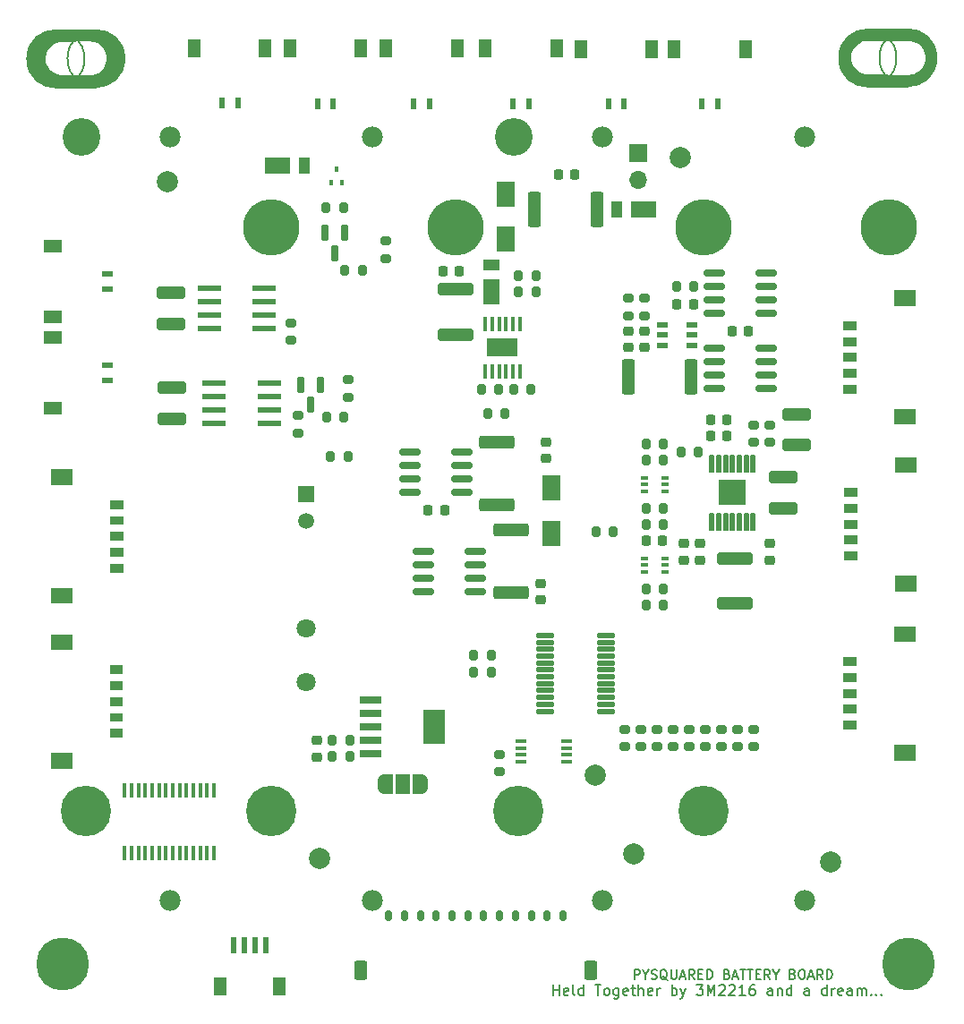
<source format=gbr>
%TF.GenerationSoftware,KiCad,Pcbnew,(6.0.7)*%
%TF.CreationDate,2023-03-29T01:01:16-07:00*%
%TF.ProjectId,battery_board_v1,62617474-6572-4795-9f62-6f6172645f76,rev?*%
%TF.SameCoordinates,Original*%
%TF.FileFunction,Soldermask,Top*%
%TF.FilePolarity,Negative*%
%FSLAX46Y46*%
G04 Gerber Fmt 4.6, Leading zero omitted, Abs format (unit mm)*
G04 Created by KiCad (PCBNEW (6.0.7)) date 2023-03-29 01:01:16*
%MOMM*%
%LPD*%
G01*
G04 APERTURE LIST*
G04 Aperture macros list*
%AMRoundRect*
0 Rectangle with rounded corners*
0 $1 Rounding radius*
0 $2 $3 $4 $5 $6 $7 $8 $9 X,Y pos of 4 corners*
0 Add a 4 corners polygon primitive as box body*
4,1,4,$2,$3,$4,$5,$6,$7,$8,$9,$2,$3,0*
0 Add four circle primitives for the rounded corners*
1,1,$1+$1,$2,$3*
1,1,$1+$1,$4,$5*
1,1,$1+$1,$6,$7*
1,1,$1+$1,$8,$9*
0 Add four rect primitives between the rounded corners*
20,1,$1+$1,$2,$3,$4,$5,0*
20,1,$1+$1,$4,$5,$6,$7,0*
20,1,$1+$1,$6,$7,$8,$9,0*
20,1,$1+$1,$8,$9,$2,$3,0*%
%AMFreePoly0*
4,1,24,0.750000,-0.950000,0.000000,-0.950000,0.000000,-0.945015,-0.095001,-0.943523,-0.257687,-0.900844,-0.405497,-0.820589,-0.529897,-0.707394,-0.623705,-0.567793,-0.681505,-0.409846,-0.699153,-0.250000,-0.700000,-0.250000,-0.700000,0.250000,-0.699153,0.250000,-0.699962,0.257330,-0.678008,0.424083,-0.616912,0.580786,-0.520201,0.718391,-0.393458,0.828956,-0.244000,0.906097,-0.080456,0.945361,
0.000000,0.944940,0.000000,0.950000,0.750000,0.950000,0.750000,-0.950000,0.750000,-0.950000,$1*%
%AMFreePoly1*
4,1,22,0.000000,0.944940,0.087733,0.944480,0.250858,0.903506,0.399499,0.824804,0.525078,0.712918,0.620343,0.574307,0.679794,0.416973,0.700000,0.250000,0.700000,-0.250000,0.699846,-0.264660,0.676148,-0.431173,0.613415,-0.587228,0.515268,-0.723813,0.387374,-0.833045,0.237117,-0.908617,0.073170,-0.946165,0.000000,-0.945015,0.000000,-0.950000,-0.750000,-0.950000,-0.750000,0.950000,
0.000000,0.950000,0.000000,0.944940,0.000000,0.944940,$1*%
G04 Aperture macros list end*
%ADD10C,0.150000*%
%ADD11C,0.010000*%
%ADD12C,4.770000*%
%ADD13C,5.325000*%
%ADD14C,3.570000*%
%ADD15C,1.980000*%
%ADD16RoundRect,0.200000X-0.200000X-0.275000X0.200000X-0.275000X0.200000X0.275000X-0.200000X0.275000X0*%
%ADD17RoundRect,0.200000X0.275000X-0.200000X0.275000X0.200000X-0.275000X0.200000X-0.275000X-0.200000X0*%
%ADD18RoundRect,0.225000X-0.250000X0.225000X-0.250000X-0.225000X0.250000X-0.225000X0.250000X0.225000X0*%
%ADD19RoundRect,0.225000X0.250000X-0.225000X0.250000X0.225000X-0.250000X0.225000X-0.250000X-0.225000X0*%
%ADD20RoundRect,0.150000X-0.150000X-0.350000X0.150000X-0.350000X0.150000X0.350000X-0.150000X0.350000X0*%
%ADD21RoundRect,0.250000X-0.375000X-0.650000X0.375000X-0.650000X0.375000X0.650000X-0.375000X0.650000X0*%
%ADD22RoundRect,0.063500X-1.100000X-0.700000X1.100000X-0.700000X1.100000X0.700000X-1.100000X0.700000X0*%
%ADD23RoundRect,0.063500X-0.450000X-0.700000X0.450000X-0.700000X0.450000X0.700000X-0.450000X0.700000X0*%
%ADD24RoundRect,0.225000X-0.225000X-0.250000X0.225000X-0.250000X0.225000X0.250000X-0.225000X0.250000X0*%
%ADD25RoundRect,0.150000X-0.825000X-0.150000X0.825000X-0.150000X0.825000X0.150000X-0.825000X0.150000X0*%
%ADD26R,0.400000X0.510000*%
%ADD27R,0.650000X0.400000*%
%ADD28R,0.600000X1.550000*%
%ADD29R,1.200000X1.800000*%
%ADD30R,0.600000X1.000000*%
%ADD31R,1.250000X1.800000*%
%ADD32RoundRect,0.200000X0.200000X0.275000X-0.200000X0.275000X-0.200000X-0.275000X0.200000X-0.275000X0*%
%ADD33R,1.000000X0.600000*%
%ADD34R,1.800000X1.250000*%
%ADD35C,5.000000*%
%ADD36C,2.000000*%
%ADD37R,2.209800X0.609600*%
%ADD38RoundRect,0.225000X0.225000X0.250000X-0.225000X0.250000X-0.225000X-0.250000X0.225000X-0.250000X0*%
%ADD39RoundRect,0.250000X1.100000X-0.325000X1.100000X0.325000X-1.100000X0.325000X-1.100000X-0.325000X0*%
%ADD40R,2.000000X0.650000*%
%ADD41R,2.000000X3.200000*%
%ADD42RoundRect,0.200000X-0.275000X0.200000X-0.275000X-0.200000X0.275000X-0.200000X0.275000X0.200000X0*%
%ADD43RoundRect,0.063500X0.700000X-0.450000X0.700000X0.450000X-0.700000X0.450000X-0.700000X-0.450000X0*%
%ADD44RoundRect,0.063500X0.700000X-1.100000X0.700000X1.100000X-0.700000X1.100000X-0.700000X-1.100000X0*%
%ADD45RoundRect,0.063500X-0.152400X0.800100X-0.152400X-0.800100X0.152400X-0.800100X0.152400X0.800100X0*%
%ADD46RoundRect,0.063500X-1.230000X1.155000X-1.230000X-1.155000X1.230000X-1.155000X1.230000X1.155000X0*%
%ADD47R,1.700000X1.700000*%
%ADD48O,1.700000X1.700000*%
%ADD49RoundRect,0.020500X0.764500X0.184500X-0.764500X0.184500X-0.764500X-0.184500X0.764500X-0.184500X0*%
%ADD50RoundRect,0.063500X0.279400X0.660400X-0.279400X0.660400X-0.279400X-0.660400X0.279400X-0.660400X0*%
%ADD51RoundRect,0.250000X-0.362500X-1.425000X0.362500X-1.425000X0.362500X1.425000X-0.362500X1.425000X0*%
%ADD52RoundRect,0.250000X-1.425000X0.362500X-1.425000X-0.362500X1.425000X-0.362500X1.425000X0.362500X0*%
%ADD53RoundRect,0.250000X-1.450000X0.312500X-1.450000X-0.312500X1.450000X-0.312500X1.450000X0.312500X0*%
%ADD54RoundRect,0.250000X1.450000X-0.312500X1.450000X0.312500X-1.450000X0.312500X-1.450000X-0.312500X0*%
%ADD55FreePoly0,0.000000*%
%ADD56R,1.400000X1.900000*%
%ADD57FreePoly1,0.000000*%
%ADD58RoundRect,0.250000X0.362500X1.425000X-0.362500X1.425000X-0.362500X-1.425000X0.362500X-1.425000X0*%
%ADD59R,0.450000X1.425000*%
%ADD60R,2.947000X1.753000*%
%ADD61RoundRect,0.063500X0.450000X0.700000X-0.450000X0.700000X-0.450000X-0.700000X0.450000X-0.700000X0*%
%ADD62RoundRect,0.063500X1.100000X0.700000X-1.100000X0.700000X-1.100000X-0.700000X1.100000X-0.700000X0*%
%ADD63R,1.508000X1.508000*%
%ADD64C,1.508000*%
%ADD65C,1.800000*%
%ADD66RoundRect,0.250000X-1.100000X0.325000X-1.100000X-0.325000X1.100000X-0.325000X1.100000X0.325000X0*%
%ADD67R,1.100000X0.400000*%
%ADD68R,1.700000X2.350000*%
%ADD69R,0.450000X1.475000*%
G04 APERTURE END LIST*
D10*
X193457397Y-45800000D02*
G75*
G03*
X193457397Y-45800000I-2707397J0D01*
G01*
X190750000Y-48496747D02*
X194550000Y-48503254D01*
X113942531Y-48568739D02*
X117742531Y-48575246D01*
X197242408Y-45774702D02*
G75*
G03*
X197242408Y-45774702I-2692408J0D01*
G01*
X116649928Y-45871992D02*
G75*
G03*
X116649928Y-45871992I-2707397J0D01*
G01*
X120434939Y-45846694D02*
G75*
G03*
X120434939Y-45846694I-2692408J0D01*
G01*
X194600000Y-43096747D02*
X190800000Y-43103254D01*
X117792531Y-43168739D02*
X113992531Y-43175246D01*
X168657142Y-132907142D02*
X168657142Y-132007142D01*
X169000000Y-132007142D01*
X169085714Y-132050000D01*
X169128571Y-132092857D01*
X169171428Y-132178571D01*
X169171428Y-132307142D01*
X169128571Y-132392857D01*
X169085714Y-132435714D01*
X169000000Y-132478571D01*
X168657142Y-132478571D01*
X169728571Y-132478571D02*
X169728571Y-132907142D01*
X169428571Y-132007142D02*
X169728571Y-132478571D01*
X170028571Y-132007142D01*
X170285714Y-132864285D02*
X170414285Y-132907142D01*
X170628571Y-132907142D01*
X170714285Y-132864285D01*
X170757142Y-132821428D01*
X170800000Y-132735714D01*
X170800000Y-132650000D01*
X170757142Y-132564285D01*
X170714285Y-132521428D01*
X170628571Y-132478571D01*
X170457142Y-132435714D01*
X170371428Y-132392857D01*
X170328571Y-132350000D01*
X170285714Y-132264285D01*
X170285714Y-132178571D01*
X170328571Y-132092857D01*
X170371428Y-132050000D01*
X170457142Y-132007142D01*
X170671428Y-132007142D01*
X170800000Y-132050000D01*
X171785714Y-132992857D02*
X171700000Y-132950000D01*
X171614285Y-132864285D01*
X171485714Y-132735714D01*
X171400000Y-132692857D01*
X171314285Y-132692857D01*
X171357142Y-132907142D02*
X171271428Y-132864285D01*
X171185714Y-132778571D01*
X171142857Y-132607142D01*
X171142857Y-132307142D01*
X171185714Y-132135714D01*
X171271428Y-132050000D01*
X171357142Y-132007142D01*
X171528571Y-132007142D01*
X171614285Y-132050000D01*
X171700000Y-132135714D01*
X171742857Y-132307142D01*
X171742857Y-132607142D01*
X171700000Y-132778571D01*
X171614285Y-132864285D01*
X171528571Y-132907142D01*
X171357142Y-132907142D01*
X172128571Y-132007142D02*
X172128571Y-132735714D01*
X172171428Y-132821428D01*
X172214285Y-132864285D01*
X172300000Y-132907142D01*
X172471428Y-132907142D01*
X172557142Y-132864285D01*
X172600000Y-132821428D01*
X172642857Y-132735714D01*
X172642857Y-132007142D01*
X173028571Y-132650000D02*
X173457142Y-132650000D01*
X172942857Y-132907142D02*
X173242857Y-132007142D01*
X173542857Y-132907142D01*
X174357142Y-132907142D02*
X174057142Y-132478571D01*
X173842857Y-132907142D02*
X173842857Y-132007142D01*
X174185714Y-132007142D01*
X174271428Y-132050000D01*
X174314285Y-132092857D01*
X174357142Y-132178571D01*
X174357142Y-132307142D01*
X174314285Y-132392857D01*
X174271428Y-132435714D01*
X174185714Y-132478571D01*
X173842857Y-132478571D01*
X174742857Y-132435714D02*
X175042857Y-132435714D01*
X175171428Y-132907142D02*
X174742857Y-132907142D01*
X174742857Y-132007142D01*
X175171428Y-132007142D01*
X175557142Y-132907142D02*
X175557142Y-132007142D01*
X175771428Y-132007142D01*
X175900000Y-132050000D01*
X175985714Y-132135714D01*
X176028571Y-132221428D01*
X176071428Y-132392857D01*
X176071428Y-132521428D01*
X176028571Y-132692857D01*
X175985714Y-132778571D01*
X175900000Y-132864285D01*
X175771428Y-132907142D01*
X175557142Y-132907142D01*
X177442857Y-132435714D02*
X177571428Y-132478571D01*
X177614285Y-132521428D01*
X177657142Y-132607142D01*
X177657142Y-132735714D01*
X177614285Y-132821428D01*
X177571428Y-132864285D01*
X177485714Y-132907142D01*
X177142857Y-132907142D01*
X177142857Y-132007142D01*
X177442857Y-132007142D01*
X177528571Y-132050000D01*
X177571428Y-132092857D01*
X177614285Y-132178571D01*
X177614285Y-132264285D01*
X177571428Y-132350000D01*
X177528571Y-132392857D01*
X177442857Y-132435714D01*
X177142857Y-132435714D01*
X178000000Y-132650000D02*
X178428571Y-132650000D01*
X177914285Y-132907142D02*
X178214285Y-132007142D01*
X178514285Y-132907142D01*
X178685714Y-132007142D02*
X179200000Y-132007142D01*
X178942857Y-132907142D02*
X178942857Y-132007142D01*
X179371428Y-132007142D02*
X179885714Y-132007142D01*
X179628571Y-132907142D02*
X179628571Y-132007142D01*
X180185714Y-132435714D02*
X180485714Y-132435714D01*
X180614285Y-132907142D02*
X180185714Y-132907142D01*
X180185714Y-132007142D01*
X180614285Y-132007142D01*
X181514285Y-132907142D02*
X181214285Y-132478571D01*
X181000000Y-132907142D02*
X181000000Y-132007142D01*
X181342857Y-132007142D01*
X181428571Y-132050000D01*
X181471428Y-132092857D01*
X181514285Y-132178571D01*
X181514285Y-132307142D01*
X181471428Y-132392857D01*
X181428571Y-132435714D01*
X181342857Y-132478571D01*
X181000000Y-132478571D01*
X182071428Y-132478571D02*
X182071428Y-132907142D01*
X181771428Y-132007142D02*
X182071428Y-132478571D01*
X182371428Y-132007142D01*
X183657142Y-132435714D02*
X183785714Y-132478571D01*
X183828571Y-132521428D01*
X183871428Y-132607142D01*
X183871428Y-132735714D01*
X183828571Y-132821428D01*
X183785714Y-132864285D01*
X183700000Y-132907142D01*
X183357142Y-132907142D01*
X183357142Y-132007142D01*
X183657142Y-132007142D01*
X183742857Y-132050000D01*
X183785714Y-132092857D01*
X183828571Y-132178571D01*
X183828571Y-132264285D01*
X183785714Y-132350000D01*
X183742857Y-132392857D01*
X183657142Y-132435714D01*
X183357142Y-132435714D01*
X184428571Y-132007142D02*
X184600000Y-132007142D01*
X184685714Y-132050000D01*
X184771428Y-132135714D01*
X184814285Y-132307142D01*
X184814285Y-132607142D01*
X184771428Y-132778571D01*
X184685714Y-132864285D01*
X184600000Y-132907142D01*
X184428571Y-132907142D01*
X184342857Y-132864285D01*
X184257142Y-132778571D01*
X184214285Y-132607142D01*
X184214285Y-132307142D01*
X184257142Y-132135714D01*
X184342857Y-132050000D01*
X184428571Y-132007142D01*
X185157142Y-132650000D02*
X185585714Y-132650000D01*
X185071428Y-132907142D02*
X185371428Y-132007142D01*
X185671428Y-132907142D01*
X186485714Y-132907142D02*
X186185714Y-132478571D01*
X185971428Y-132907142D02*
X185971428Y-132007142D01*
X186314285Y-132007142D01*
X186400000Y-132050000D01*
X186442857Y-132092857D01*
X186485714Y-132178571D01*
X186485714Y-132307142D01*
X186442857Y-132392857D01*
X186400000Y-132435714D01*
X186314285Y-132478571D01*
X185971428Y-132478571D01*
X186871428Y-132907142D02*
X186871428Y-132007142D01*
X187085714Y-132007142D01*
X187214285Y-132050000D01*
X187300000Y-132135714D01*
X187342857Y-132221428D01*
X187385714Y-132392857D01*
X187385714Y-132521428D01*
X187342857Y-132692857D01*
X187300000Y-132778571D01*
X187214285Y-132864285D01*
X187085714Y-132907142D01*
X186871428Y-132907142D01*
X160976190Y-134452380D02*
X160976190Y-133452380D01*
X160976190Y-133928571D02*
X161547619Y-133928571D01*
X161547619Y-134452380D02*
X161547619Y-133452380D01*
X162404761Y-134404761D02*
X162309523Y-134452380D01*
X162119047Y-134452380D01*
X162023809Y-134404761D01*
X161976190Y-134309523D01*
X161976190Y-133928571D01*
X162023809Y-133833333D01*
X162119047Y-133785714D01*
X162309523Y-133785714D01*
X162404761Y-133833333D01*
X162452380Y-133928571D01*
X162452380Y-134023809D01*
X161976190Y-134119047D01*
X163023809Y-134452380D02*
X162928571Y-134404761D01*
X162880952Y-134309523D01*
X162880952Y-133452380D01*
X163833333Y-134452380D02*
X163833333Y-133452380D01*
X163833333Y-134404761D02*
X163738095Y-134452380D01*
X163547619Y-134452380D01*
X163452380Y-134404761D01*
X163404761Y-134357142D01*
X163357142Y-134261904D01*
X163357142Y-133976190D01*
X163404761Y-133880952D01*
X163452380Y-133833333D01*
X163547619Y-133785714D01*
X163738095Y-133785714D01*
X163833333Y-133833333D01*
X164928571Y-133452380D02*
X165500000Y-133452380D01*
X165214285Y-134452380D02*
X165214285Y-133452380D01*
X165976190Y-134452380D02*
X165880952Y-134404761D01*
X165833333Y-134357142D01*
X165785714Y-134261904D01*
X165785714Y-133976190D01*
X165833333Y-133880952D01*
X165880952Y-133833333D01*
X165976190Y-133785714D01*
X166119047Y-133785714D01*
X166214285Y-133833333D01*
X166261904Y-133880952D01*
X166309523Y-133976190D01*
X166309523Y-134261904D01*
X166261904Y-134357142D01*
X166214285Y-134404761D01*
X166119047Y-134452380D01*
X165976190Y-134452380D01*
X167166666Y-133785714D02*
X167166666Y-134595238D01*
X167119047Y-134690476D01*
X167071428Y-134738095D01*
X166976190Y-134785714D01*
X166833333Y-134785714D01*
X166738095Y-134738095D01*
X167166666Y-134404761D02*
X167071428Y-134452380D01*
X166880952Y-134452380D01*
X166785714Y-134404761D01*
X166738095Y-134357142D01*
X166690476Y-134261904D01*
X166690476Y-133976190D01*
X166738095Y-133880952D01*
X166785714Y-133833333D01*
X166880952Y-133785714D01*
X167071428Y-133785714D01*
X167166666Y-133833333D01*
X168023809Y-134404761D02*
X167928571Y-134452380D01*
X167738095Y-134452380D01*
X167642857Y-134404761D01*
X167595238Y-134309523D01*
X167595238Y-133928571D01*
X167642857Y-133833333D01*
X167738095Y-133785714D01*
X167928571Y-133785714D01*
X168023809Y-133833333D01*
X168071428Y-133928571D01*
X168071428Y-134023809D01*
X167595238Y-134119047D01*
X168357142Y-133785714D02*
X168738095Y-133785714D01*
X168500000Y-133452380D02*
X168500000Y-134309523D01*
X168547619Y-134404761D01*
X168642857Y-134452380D01*
X168738095Y-134452380D01*
X169071428Y-134452380D02*
X169071428Y-133452380D01*
X169500000Y-134452380D02*
X169500000Y-133928571D01*
X169452380Y-133833333D01*
X169357142Y-133785714D01*
X169214285Y-133785714D01*
X169119047Y-133833333D01*
X169071428Y-133880952D01*
X170357142Y-134404761D02*
X170261904Y-134452380D01*
X170071428Y-134452380D01*
X169976190Y-134404761D01*
X169928571Y-134309523D01*
X169928571Y-133928571D01*
X169976190Y-133833333D01*
X170071428Y-133785714D01*
X170261904Y-133785714D01*
X170357142Y-133833333D01*
X170404761Y-133928571D01*
X170404761Y-134023809D01*
X169928571Y-134119047D01*
X170833333Y-134452380D02*
X170833333Y-133785714D01*
X170833333Y-133976190D02*
X170880952Y-133880952D01*
X170928571Y-133833333D01*
X171023809Y-133785714D01*
X171119047Y-133785714D01*
X172214285Y-134452380D02*
X172214285Y-133452380D01*
X172214285Y-133833333D02*
X172309523Y-133785714D01*
X172500000Y-133785714D01*
X172595238Y-133833333D01*
X172642857Y-133880952D01*
X172690476Y-133976190D01*
X172690476Y-134261904D01*
X172642857Y-134357142D01*
X172595238Y-134404761D01*
X172500000Y-134452380D01*
X172309523Y-134452380D01*
X172214285Y-134404761D01*
X173023809Y-133785714D02*
X173261904Y-134452380D01*
X173500000Y-133785714D02*
X173261904Y-134452380D01*
X173166666Y-134690476D01*
X173119047Y-134738095D01*
X173023809Y-134785714D01*
X174547619Y-133452380D02*
X175166666Y-133452380D01*
X174833333Y-133833333D01*
X174976190Y-133833333D01*
X175071428Y-133880952D01*
X175119047Y-133928571D01*
X175166666Y-134023809D01*
X175166666Y-134261904D01*
X175119047Y-134357142D01*
X175071428Y-134404761D01*
X174976190Y-134452380D01*
X174690476Y-134452380D01*
X174595238Y-134404761D01*
X174547619Y-134357142D01*
X175595238Y-134452380D02*
X175595238Y-133452380D01*
X175928571Y-134166666D01*
X176261904Y-133452380D01*
X176261904Y-134452380D01*
X176690476Y-133547619D02*
X176738095Y-133500000D01*
X176833333Y-133452380D01*
X177071428Y-133452380D01*
X177166666Y-133500000D01*
X177214285Y-133547619D01*
X177261904Y-133642857D01*
X177261904Y-133738095D01*
X177214285Y-133880952D01*
X176642857Y-134452380D01*
X177261904Y-134452380D01*
X177642857Y-133547619D02*
X177690476Y-133500000D01*
X177785714Y-133452380D01*
X178023809Y-133452380D01*
X178119047Y-133500000D01*
X178166666Y-133547619D01*
X178214285Y-133642857D01*
X178214285Y-133738095D01*
X178166666Y-133880952D01*
X177595238Y-134452380D01*
X178214285Y-134452380D01*
X179166666Y-134452380D02*
X178595238Y-134452380D01*
X178880952Y-134452380D02*
X178880952Y-133452380D01*
X178785714Y-133595238D01*
X178690476Y-133690476D01*
X178595238Y-133738095D01*
X180023809Y-133452380D02*
X179833333Y-133452380D01*
X179738095Y-133500000D01*
X179690476Y-133547619D01*
X179595238Y-133690476D01*
X179547619Y-133880952D01*
X179547619Y-134261904D01*
X179595238Y-134357142D01*
X179642857Y-134404761D01*
X179738095Y-134452380D01*
X179928571Y-134452380D01*
X180023809Y-134404761D01*
X180071428Y-134357142D01*
X180119047Y-134261904D01*
X180119047Y-134023809D01*
X180071428Y-133928571D01*
X180023809Y-133880952D01*
X179928571Y-133833333D01*
X179738095Y-133833333D01*
X179642857Y-133880952D01*
X179595238Y-133928571D01*
X179547619Y-134023809D01*
X181738095Y-134452380D02*
X181738095Y-133928571D01*
X181690476Y-133833333D01*
X181595238Y-133785714D01*
X181404761Y-133785714D01*
X181309523Y-133833333D01*
X181738095Y-134404761D02*
X181642857Y-134452380D01*
X181404761Y-134452380D01*
X181309523Y-134404761D01*
X181261904Y-134309523D01*
X181261904Y-134214285D01*
X181309523Y-134119047D01*
X181404761Y-134071428D01*
X181642857Y-134071428D01*
X181738095Y-134023809D01*
X182214285Y-133785714D02*
X182214285Y-134452380D01*
X182214285Y-133880952D02*
X182261904Y-133833333D01*
X182357142Y-133785714D01*
X182499999Y-133785714D01*
X182595238Y-133833333D01*
X182642857Y-133928571D01*
X182642857Y-134452380D01*
X183547619Y-134452380D02*
X183547619Y-133452380D01*
X183547619Y-134404761D02*
X183452380Y-134452380D01*
X183261904Y-134452380D01*
X183166666Y-134404761D01*
X183119047Y-134357142D01*
X183071428Y-134261904D01*
X183071428Y-133976190D01*
X183119047Y-133880952D01*
X183166666Y-133833333D01*
X183261904Y-133785714D01*
X183452380Y-133785714D01*
X183547619Y-133833333D01*
X185214285Y-134452380D02*
X185214285Y-133928571D01*
X185166666Y-133833333D01*
X185071428Y-133785714D01*
X184880952Y-133785714D01*
X184785714Y-133833333D01*
X185214285Y-134404761D02*
X185119047Y-134452380D01*
X184880952Y-134452380D01*
X184785714Y-134404761D01*
X184738095Y-134309523D01*
X184738095Y-134214285D01*
X184785714Y-134119047D01*
X184880952Y-134071428D01*
X185119047Y-134071428D01*
X185214285Y-134023809D01*
X186880952Y-134452380D02*
X186880952Y-133452380D01*
X186880952Y-134404761D02*
X186785714Y-134452380D01*
X186595238Y-134452380D01*
X186499999Y-134404761D01*
X186452380Y-134357142D01*
X186404761Y-134261904D01*
X186404761Y-133976190D01*
X186452380Y-133880952D01*
X186499999Y-133833333D01*
X186595238Y-133785714D01*
X186785714Y-133785714D01*
X186880952Y-133833333D01*
X187357142Y-134452380D02*
X187357142Y-133785714D01*
X187357142Y-133976190D02*
X187404761Y-133880952D01*
X187452380Y-133833333D01*
X187547619Y-133785714D01*
X187642857Y-133785714D01*
X188357142Y-134404761D02*
X188261904Y-134452380D01*
X188071428Y-134452380D01*
X187976190Y-134404761D01*
X187928571Y-134309523D01*
X187928571Y-133928571D01*
X187976190Y-133833333D01*
X188071428Y-133785714D01*
X188261904Y-133785714D01*
X188357142Y-133833333D01*
X188404761Y-133928571D01*
X188404761Y-134023809D01*
X187928571Y-134119047D01*
X189261904Y-134452380D02*
X189261904Y-133928571D01*
X189214285Y-133833333D01*
X189119047Y-133785714D01*
X188928571Y-133785714D01*
X188833333Y-133833333D01*
X189261904Y-134404761D02*
X189166666Y-134452380D01*
X188928571Y-134452380D01*
X188833333Y-134404761D01*
X188785714Y-134309523D01*
X188785714Y-134214285D01*
X188833333Y-134119047D01*
X188928571Y-134071428D01*
X189166666Y-134071428D01*
X189261904Y-134023809D01*
X189738095Y-134452380D02*
X189738095Y-133785714D01*
X189738095Y-133880952D02*
X189785714Y-133833333D01*
X189880952Y-133785714D01*
X190023809Y-133785714D01*
X190119047Y-133833333D01*
X190166666Y-133928571D01*
X190166666Y-134452380D01*
X190166666Y-133928571D02*
X190214285Y-133833333D01*
X190309523Y-133785714D01*
X190452380Y-133785714D01*
X190547619Y-133833333D01*
X190595238Y-133928571D01*
X190595238Y-134452380D01*
X191071428Y-134357142D02*
X191119047Y-134404761D01*
X191071428Y-134452380D01*
X191023809Y-134404761D01*
X191071428Y-134357142D01*
X191071428Y-134452380D01*
X191547619Y-134357142D02*
X191595238Y-134404761D01*
X191547619Y-134452380D01*
X191499999Y-134404761D01*
X191547619Y-134357142D01*
X191547619Y-134452380D01*
X192023809Y-134357142D02*
X192071428Y-134404761D01*
X192023809Y-134452380D01*
X191976190Y-134404761D01*
X192023809Y-134357142D01*
X192023809Y-134452380D01*
%TO.C,J4*%
G36*
X120246200Y-89876200D02*
G01*
X119093800Y-89876200D01*
X119093800Y-89123800D01*
X120246200Y-89123800D01*
X120246200Y-89876200D01*
G37*
D11*
X120246200Y-89876200D02*
X119093800Y-89876200D01*
X119093800Y-89123800D01*
X120246200Y-89123800D01*
X120246200Y-89876200D01*
G36*
X120246200Y-91376200D02*
G01*
X119093800Y-91376200D01*
X119093800Y-90623800D01*
X120246200Y-90623800D01*
X120246200Y-91376200D01*
G37*
X120246200Y-91376200D02*
X119093800Y-91376200D01*
X119093800Y-90623800D01*
X120246200Y-90623800D01*
X120246200Y-91376200D01*
G36*
X120246200Y-92876200D02*
G01*
X119093800Y-92876200D01*
X119093800Y-92123800D01*
X120246200Y-92123800D01*
X120246200Y-92876200D01*
G37*
X120246200Y-92876200D02*
X119093800Y-92876200D01*
X119093800Y-92123800D01*
X120246200Y-92123800D01*
X120246200Y-92876200D01*
G36*
X120246200Y-88376200D02*
G01*
X119093800Y-88376200D01*
X119093800Y-87623800D01*
X120246200Y-87623800D01*
X120246200Y-88376200D01*
G37*
X120246200Y-88376200D02*
X119093800Y-88376200D01*
X119093800Y-87623800D01*
X120246200Y-87623800D01*
X120246200Y-88376200D01*
G36*
X115456200Y-86096200D02*
G01*
X113503800Y-86096200D01*
X113503800Y-84693800D01*
X115456200Y-84693800D01*
X115456200Y-86096200D01*
G37*
X115456200Y-86096200D02*
X113503800Y-86096200D01*
X113503800Y-84693800D01*
X115456200Y-84693800D01*
X115456200Y-86096200D01*
G36*
X115456200Y-97306200D02*
G01*
X113503800Y-97306200D01*
X113503800Y-95903800D01*
X115456200Y-95903800D01*
X115456200Y-97306200D01*
G37*
X115456200Y-97306200D02*
X113503800Y-97306200D01*
X113503800Y-95903800D01*
X115456200Y-95903800D01*
X115456200Y-97306200D01*
G36*
X120246200Y-94376200D02*
G01*
X119093800Y-94376200D01*
X119093800Y-93623800D01*
X120246200Y-93623800D01*
X120246200Y-94376200D01*
G37*
X120246200Y-94376200D02*
X119093800Y-94376200D01*
X119093800Y-93623800D01*
X120246200Y-93623800D01*
X120246200Y-94376200D01*
%TO.C,J1*%
G36*
X195196200Y-80381200D02*
G01*
X193243800Y-80381200D01*
X193243800Y-78978800D01*
X195196200Y-78978800D01*
X195196200Y-80381200D01*
G37*
X195196200Y-80381200D02*
X193243800Y-80381200D01*
X193243800Y-78978800D01*
X195196200Y-78978800D01*
X195196200Y-80381200D01*
G36*
X189606200Y-72951200D02*
G01*
X188453800Y-72951200D01*
X188453800Y-72198800D01*
X189606200Y-72198800D01*
X189606200Y-72951200D01*
G37*
X189606200Y-72951200D02*
X188453800Y-72951200D01*
X188453800Y-72198800D01*
X189606200Y-72198800D01*
X189606200Y-72951200D01*
G36*
X189606200Y-75951200D02*
G01*
X188453800Y-75951200D01*
X188453800Y-75198800D01*
X189606200Y-75198800D01*
X189606200Y-75951200D01*
G37*
X189606200Y-75951200D02*
X188453800Y-75951200D01*
X188453800Y-75198800D01*
X189606200Y-75198800D01*
X189606200Y-75951200D01*
G36*
X189606200Y-71451200D02*
G01*
X188453800Y-71451200D01*
X188453800Y-70698800D01*
X189606200Y-70698800D01*
X189606200Y-71451200D01*
G37*
X189606200Y-71451200D02*
X188453800Y-71451200D01*
X188453800Y-70698800D01*
X189606200Y-70698800D01*
X189606200Y-71451200D01*
G36*
X189606200Y-77451200D02*
G01*
X188453800Y-77451200D01*
X188453800Y-76698800D01*
X189606200Y-76698800D01*
X189606200Y-77451200D01*
G37*
X189606200Y-77451200D02*
X188453800Y-77451200D01*
X188453800Y-76698800D01*
X189606200Y-76698800D01*
X189606200Y-77451200D01*
G36*
X189606200Y-74451200D02*
G01*
X188453800Y-74451200D01*
X188453800Y-73698800D01*
X189606200Y-73698800D01*
X189606200Y-74451200D01*
G37*
X189606200Y-74451200D02*
X188453800Y-74451200D01*
X188453800Y-73698800D01*
X189606200Y-73698800D01*
X189606200Y-74451200D01*
G36*
X195196200Y-69171200D02*
G01*
X193243800Y-69171200D01*
X193243800Y-67768800D01*
X195196200Y-67768800D01*
X195196200Y-69171200D01*
G37*
X195196200Y-69171200D02*
X193243800Y-69171200D01*
X193243800Y-67768800D01*
X195196200Y-67768800D01*
X195196200Y-69171200D01*
%TO.C,J2*%
G36*
X189656200Y-93226200D02*
G01*
X188503800Y-93226200D01*
X188503800Y-92473800D01*
X189656200Y-92473800D01*
X189656200Y-93226200D01*
G37*
X189656200Y-93226200D02*
X188503800Y-93226200D01*
X188503800Y-92473800D01*
X189656200Y-92473800D01*
X189656200Y-93226200D01*
G36*
X195246200Y-96156200D02*
G01*
X193293800Y-96156200D01*
X193293800Y-94753800D01*
X195246200Y-94753800D01*
X195246200Y-96156200D01*
G37*
X195246200Y-96156200D02*
X193293800Y-96156200D01*
X193293800Y-94753800D01*
X195246200Y-94753800D01*
X195246200Y-96156200D01*
G36*
X189656200Y-91726200D02*
G01*
X188503800Y-91726200D01*
X188503800Y-90973800D01*
X189656200Y-90973800D01*
X189656200Y-91726200D01*
G37*
X189656200Y-91726200D02*
X188503800Y-91726200D01*
X188503800Y-90973800D01*
X189656200Y-90973800D01*
X189656200Y-91726200D01*
G36*
X189656200Y-90226200D02*
G01*
X188503800Y-90226200D01*
X188503800Y-89473800D01*
X189656200Y-89473800D01*
X189656200Y-90226200D01*
G37*
X189656200Y-90226200D02*
X188503800Y-90226200D01*
X188503800Y-89473800D01*
X189656200Y-89473800D01*
X189656200Y-90226200D01*
G36*
X195246200Y-84946200D02*
G01*
X193293800Y-84946200D01*
X193293800Y-83543800D01*
X195246200Y-83543800D01*
X195246200Y-84946200D01*
G37*
X195246200Y-84946200D02*
X193293800Y-84946200D01*
X193293800Y-83543800D01*
X195246200Y-83543800D01*
X195246200Y-84946200D01*
G36*
X189656200Y-87226200D02*
G01*
X188503800Y-87226200D01*
X188503800Y-86473800D01*
X189656200Y-86473800D01*
X189656200Y-87226200D01*
G37*
X189656200Y-87226200D02*
X188503800Y-87226200D01*
X188503800Y-86473800D01*
X189656200Y-86473800D01*
X189656200Y-87226200D01*
G36*
X189656200Y-88726200D02*
G01*
X188503800Y-88726200D01*
X188503800Y-87973800D01*
X189656200Y-87973800D01*
X189656200Y-88726200D01*
G37*
X189656200Y-88726200D02*
X188503800Y-88726200D01*
X188503800Y-87973800D01*
X189656200Y-87973800D01*
X189656200Y-88726200D01*
%TO.C,J3*%
G36*
X189606200Y-104726200D02*
G01*
X188453800Y-104726200D01*
X188453800Y-103973800D01*
X189606200Y-103973800D01*
X189606200Y-104726200D01*
G37*
X189606200Y-104726200D02*
X188453800Y-104726200D01*
X188453800Y-103973800D01*
X189606200Y-103973800D01*
X189606200Y-104726200D01*
G36*
X189606200Y-106226200D02*
G01*
X188453800Y-106226200D01*
X188453800Y-105473800D01*
X189606200Y-105473800D01*
X189606200Y-106226200D01*
G37*
X189606200Y-106226200D02*
X188453800Y-106226200D01*
X188453800Y-105473800D01*
X189606200Y-105473800D01*
X189606200Y-106226200D01*
G36*
X189606200Y-107726200D02*
G01*
X188453800Y-107726200D01*
X188453800Y-106973800D01*
X189606200Y-106973800D01*
X189606200Y-107726200D01*
G37*
X189606200Y-107726200D02*
X188453800Y-107726200D01*
X188453800Y-106973800D01*
X189606200Y-106973800D01*
X189606200Y-107726200D01*
G36*
X195196200Y-112156200D02*
G01*
X193243800Y-112156200D01*
X193243800Y-110753800D01*
X195196200Y-110753800D01*
X195196200Y-112156200D01*
G37*
X195196200Y-112156200D02*
X193243800Y-112156200D01*
X193243800Y-110753800D01*
X195196200Y-110753800D01*
X195196200Y-112156200D01*
G36*
X189606200Y-103226200D02*
G01*
X188453800Y-103226200D01*
X188453800Y-102473800D01*
X189606200Y-102473800D01*
X189606200Y-103226200D01*
G37*
X189606200Y-103226200D02*
X188453800Y-103226200D01*
X188453800Y-102473800D01*
X189606200Y-102473800D01*
X189606200Y-103226200D01*
G36*
X195196200Y-100946200D02*
G01*
X193243800Y-100946200D01*
X193243800Y-99543800D01*
X195196200Y-99543800D01*
X195196200Y-100946200D01*
G37*
X195196200Y-100946200D02*
X193243800Y-100946200D01*
X193243800Y-99543800D01*
X195196200Y-99543800D01*
X195196200Y-100946200D01*
G36*
X189606200Y-109226200D02*
G01*
X188453800Y-109226200D01*
X188453800Y-108473800D01*
X189606200Y-108473800D01*
X189606200Y-109226200D01*
G37*
X189606200Y-109226200D02*
X188453800Y-109226200D01*
X188453800Y-108473800D01*
X189606200Y-108473800D01*
X189606200Y-109226200D01*
%TO.C,J5*%
G36*
X120221200Y-110001200D02*
G01*
X119068800Y-110001200D01*
X119068800Y-109248800D01*
X120221200Y-109248800D01*
X120221200Y-110001200D01*
G37*
X120221200Y-110001200D02*
X119068800Y-110001200D01*
X119068800Y-109248800D01*
X120221200Y-109248800D01*
X120221200Y-110001200D01*
G36*
X120221200Y-107001200D02*
G01*
X119068800Y-107001200D01*
X119068800Y-106248800D01*
X120221200Y-106248800D01*
X120221200Y-107001200D01*
G37*
X120221200Y-107001200D02*
X119068800Y-107001200D01*
X119068800Y-106248800D01*
X120221200Y-106248800D01*
X120221200Y-107001200D01*
G36*
X115431200Y-101721200D02*
G01*
X113478800Y-101721200D01*
X113478800Y-100318800D01*
X115431200Y-100318800D01*
X115431200Y-101721200D01*
G37*
X115431200Y-101721200D02*
X113478800Y-101721200D01*
X113478800Y-100318800D01*
X115431200Y-100318800D01*
X115431200Y-101721200D01*
G36*
X120221200Y-104001200D02*
G01*
X119068800Y-104001200D01*
X119068800Y-103248800D01*
X120221200Y-103248800D01*
X120221200Y-104001200D01*
G37*
X120221200Y-104001200D02*
X119068800Y-104001200D01*
X119068800Y-103248800D01*
X120221200Y-103248800D01*
X120221200Y-104001200D01*
G36*
X115431200Y-112931200D02*
G01*
X113478800Y-112931200D01*
X113478800Y-111528800D01*
X115431200Y-111528800D01*
X115431200Y-112931200D01*
G37*
X115431200Y-112931200D02*
X113478800Y-112931200D01*
X113478800Y-111528800D01*
X115431200Y-111528800D01*
X115431200Y-112931200D01*
G36*
X120221200Y-108501200D02*
G01*
X119068800Y-108501200D01*
X119068800Y-107748800D01*
X120221200Y-107748800D01*
X120221200Y-108501200D01*
G37*
X120221200Y-108501200D02*
X119068800Y-108501200D01*
X119068800Y-107748800D01*
X120221200Y-107748800D01*
X120221200Y-108501200D01*
G36*
X120221200Y-105501200D02*
G01*
X119068800Y-105501200D01*
X119068800Y-104748800D01*
X120221200Y-104748800D01*
X120221200Y-105501200D01*
G37*
X120221200Y-105501200D02*
X119068800Y-105501200D01*
X119068800Y-104748800D01*
X120221200Y-104748800D01*
X120221200Y-105501200D01*
%TD*%
D12*
%TO.C,U7*%
X175240000Y-117000000D03*
X157710000Y-117000000D03*
D13*
X175240000Y-61800000D03*
X192710000Y-61800000D03*
D14*
X157290000Y-53290000D03*
D15*
X165660000Y-125510000D03*
X184790000Y-125510000D03*
X165660000Y-53290000D03*
X184790000Y-53290000D03*
%TD*%
D12*
%TO.C,U8*%
X134298500Y-116975000D03*
X116768500Y-116975000D03*
D13*
X134298500Y-61775000D03*
X151768500Y-61775000D03*
D14*
X116348500Y-53265000D03*
D15*
X124718500Y-125485000D03*
X143848500Y-125485000D03*
X124718500Y-53265000D03*
X143848500Y-53265000D03*
%TD*%
D16*
%TO.C,R43*%
X154800000Y-79450000D03*
X156450000Y-79450000D03*
%TD*%
D17*
%TO.C,R14*%
X145148500Y-64752900D03*
X145148500Y-63102900D03*
%TD*%
D18*
%TO.C,C1*%
X174902000Y-91735100D03*
X174902000Y-93285100D03*
%TD*%
D19*
%TO.C,C16*%
X160325000Y-83675000D03*
X160325000Y-82125000D03*
%TD*%
D20*
%TO.C,J6*%
X145425000Y-126905000D03*
X146925000Y-126905000D03*
X148425000Y-126905000D03*
X149925000Y-126905000D03*
X151425000Y-126905000D03*
X152925000Y-126905000D03*
X154425000Y-126905000D03*
X155925000Y-126905000D03*
X157425000Y-126905000D03*
X158925000Y-126905000D03*
X160425000Y-126905000D03*
X161925000Y-126905000D03*
D21*
X142820000Y-132095000D03*
X164530000Y-132095000D03*
%TD*%
D22*
%TO.C,D5*%
X134884000Y-55977900D03*
D23*
X137434000Y-55977900D03*
%TD*%
D16*
%TO.C,R41*%
X139563899Y-79791599D03*
X141213899Y-79791599D03*
%TD*%
%TO.C,R28*%
X153475000Y-103874800D03*
X155125000Y-103874800D03*
%TD*%
D24*
%TO.C,C17*%
X150548201Y-65986401D03*
X152098201Y-65986401D03*
%TD*%
D25*
%TO.C,Q2*%
X176200000Y-66164000D03*
X176200000Y-67434000D03*
X176200000Y-68704000D03*
X176200000Y-69974000D03*
X181150000Y-69974000D03*
X181150000Y-68704000D03*
X181150000Y-67434000D03*
X181150000Y-66164000D03*
%TD*%
D26*
%TO.C,Q7*%
X140489500Y-56318900D03*
X140989500Y-57608900D03*
X139989500Y-57608900D03*
%TD*%
D27*
%TO.C,Q3*%
X171534000Y-86797100D03*
X171534000Y-86147100D03*
X171534000Y-85497100D03*
X169634000Y-85497100D03*
X169634000Y-86147100D03*
X169634000Y-86797100D03*
%TD*%
D28*
%TO.C,J20*%
X130800000Y-129750000D03*
X131800000Y-129750000D03*
X132800000Y-129750000D03*
X133800000Y-129750000D03*
D29*
X129500000Y-133625000D03*
X135100000Y-133625000D03*
%TD*%
D30*
%TO.C,J11*%
X176550000Y-50140000D03*
X175050000Y-50140000D03*
D31*
X179155000Y-44950000D03*
X172445000Y-44950000D03*
%TD*%
D17*
%TO.C,R25*%
X176908800Y-110928561D03*
X176908800Y-109278561D03*
%TD*%
D32*
%TO.C,R31*%
X141730200Y-111894000D03*
X140080200Y-111894000D03*
%TD*%
D30*
%TO.C,J15*%
X158700000Y-50090000D03*
X157200000Y-50090000D03*
D31*
X161305000Y-44900000D03*
X154595000Y-44900000D03*
%TD*%
D16*
%TO.C,R29*%
X153475000Y-102300000D03*
X155125000Y-102300000D03*
%TD*%
D17*
%TO.C,R19*%
X175384800Y-110928562D03*
X175384800Y-109278562D03*
%TD*%
D33*
%TO.C,J19*%
X118865000Y-74825000D03*
X118865000Y-76325000D03*
D34*
X113675000Y-72220000D03*
X113675000Y-78930000D03*
%TD*%
D32*
%TO.C,R34*%
X159361801Y-67916800D03*
X157711801Y-67916800D03*
%TD*%
D16*
%TO.C,R2*%
X172643000Y-67434000D03*
X174293000Y-67434000D03*
%TD*%
D35*
%TO.C,*%
X194573162Y-131529322D03*
%TD*%
D32*
%TO.C,R9*%
X174711000Y-83099100D03*
X173061000Y-83099100D03*
%TD*%
D17*
%TO.C,R21*%
X169288800Y-110928562D03*
X169288800Y-109278562D03*
%TD*%
D24*
%TO.C,C5*%
X177900000Y-71625000D03*
X179450000Y-71625000D03*
%TD*%
D36*
%TO.C,TP4*%
X173000000Y-55250000D03*
%TD*%
D32*
%TO.C,R33*%
X158875000Y-77175000D03*
X157225000Y-77175000D03*
%TD*%
D37*
%TO.C,Q6*%
X133680200Y-71423000D03*
X133680200Y-70153000D03*
X133680200Y-68883000D03*
X133680200Y-67613000D03*
X128447800Y-67613000D03*
X128447800Y-68883000D03*
X128447800Y-70153000D03*
X128447800Y-71423000D03*
%TD*%
D36*
%TO.C,TP3*%
X138850000Y-121525000D03*
%TD*%
D38*
%TO.C,C10*%
X177455000Y-81575100D03*
X175905000Y-81575100D03*
%TD*%
D30*
%TO.C,J16*%
X167700000Y-50140000D03*
X166200000Y-50140000D03*
D31*
X170305000Y-44950000D03*
X163595000Y-44950000D03*
%TD*%
D39*
%TO.C,C3*%
X184050000Y-82425000D03*
X184050000Y-79475000D03*
%TD*%
D30*
%TO.C,J13*%
X140200000Y-50090000D03*
X138700000Y-50090000D03*
D31*
X142805000Y-44900000D03*
X136095000Y-44900000D03*
%TD*%
D19*
%TO.C,C15*%
X138619200Y-111907000D03*
X138619200Y-110357000D03*
%TD*%
D36*
%TO.C,TP5*%
X168575000Y-121100000D03*
%TD*%
D25*
%TO.C,Q1*%
X176200000Y-73276000D03*
X176200000Y-74546000D03*
X176200000Y-75816000D03*
X176200000Y-77086000D03*
X181150000Y-77086000D03*
X181150000Y-75816000D03*
X181150000Y-74546000D03*
X181150000Y-73276000D03*
%TD*%
D16*
%TO.C,R32*%
X154200000Y-77175000D03*
X155850000Y-77175000D03*
%TD*%
D30*
%TO.C,J12*%
X131150000Y-50040000D03*
X129650000Y-50040000D03*
D31*
X133755000Y-44850000D03*
X127045000Y-44850000D03*
%TD*%
D35*
%TO.C,*%
X114573162Y-131529322D03*
%TD*%
D40*
%TO.C,U5*%
X143747200Y-106560000D03*
X143747200Y-107830000D03*
X143747200Y-109100000D03*
X143747200Y-110370000D03*
X143747200Y-111640000D03*
D41*
X149747200Y-109100000D03*
%TD*%
D42*
%TO.C,R7*%
X181506000Y-80496100D03*
X181506000Y-82146100D03*
%TD*%
D19*
%TO.C,C6*%
X181506000Y-93285100D03*
X181506000Y-91735100D03*
%TD*%
D32*
%TO.C,R30*%
X141730200Y-110370000D03*
X140080200Y-110370000D03*
%TD*%
D19*
%TO.C,C8*%
X168134000Y-73175000D03*
X168134000Y-71625000D03*
%TD*%
D43*
%TO.C,D2*%
X155184001Y-65400000D03*
D44*
X155184001Y-67950000D03*
%TD*%
D45*
%TO.C,U2*%
X179900034Y-84140500D03*
X179250021Y-84140500D03*
X178600012Y-84140500D03*
X177950000Y-84140500D03*
X177299988Y-84140500D03*
X176649979Y-84140500D03*
X175999966Y-84140500D03*
X175999966Y-89677700D03*
X176649979Y-89677700D03*
X177299988Y-89677700D03*
X177950000Y-89677700D03*
X178600012Y-89677700D03*
X179250021Y-89677700D03*
X179900034Y-89677700D03*
D46*
X177950000Y-86909100D03*
%TD*%
D47*
%TO.C,J18*%
X169025000Y-54782400D03*
D48*
X169025000Y-57322400D03*
%TD*%
D49*
%TO.C,U4*%
X165961801Y-107577562D03*
X165961801Y-106927562D03*
X165961801Y-106277562D03*
X165961801Y-105627562D03*
X165961801Y-104977562D03*
X165961801Y-104327562D03*
X165961801Y-103677562D03*
X165961801Y-103027562D03*
X165961801Y-102377562D03*
X165961801Y-101727562D03*
X165961801Y-101077562D03*
X165961801Y-100427562D03*
X160221801Y-100427562D03*
X160221801Y-101077562D03*
X160221801Y-101727562D03*
X160221801Y-102377562D03*
X160221801Y-103027562D03*
X160221801Y-103677562D03*
X160221801Y-104327562D03*
X160221801Y-104977562D03*
X160221801Y-105627562D03*
X160221801Y-106277562D03*
X160221801Y-106927562D03*
X160221801Y-107577562D03*
%TD*%
D36*
%TO.C,TP6*%
X124500000Y-57475000D03*
%TD*%
D38*
%TO.C,C18*%
X163013801Y-56778400D03*
X161463801Y-56778400D03*
%TD*%
D39*
%TO.C,C19*%
X124945700Y-79945802D03*
X124945700Y-76995802D03*
%TD*%
D16*
%TO.C,R8*%
X169759000Y-89957100D03*
X171409000Y-89957100D03*
%TD*%
%TO.C,R16*%
X141275500Y-65896900D03*
X142925500Y-65896900D03*
%TD*%
D33*
%TO.C,U1*%
X174106000Y-72956000D03*
X174106000Y-72006000D03*
X174106000Y-71056000D03*
X171306000Y-71056000D03*
X171306000Y-72006000D03*
X171306000Y-72956000D03*
%TD*%
D17*
%TO.C,R40*%
X141608099Y-77873400D03*
X141608099Y-76223400D03*
%TD*%
D32*
%TO.C,R6*%
X166700190Y-90563911D03*
X165050190Y-90563911D03*
%TD*%
D36*
%TO.C,TP2*%
X164973000Y-113665000D03*
%TD*%
D17*
%TO.C,R26*%
X173860800Y-110928562D03*
X173860800Y-109278562D03*
%TD*%
D42*
%TO.C,R4*%
X169658000Y-68514000D03*
X169658000Y-70164000D03*
%TD*%
D50*
%TO.C,Q8*%
X139004599Y-76705499D03*
X137099599Y-76705499D03*
X138052099Y-78585099D03*
%TD*%
D32*
%TO.C,R10*%
X171409000Y-88433100D03*
X169759000Y-88433100D03*
%TD*%
D33*
%TO.C,J17*%
X118864000Y-66179000D03*
X118864000Y-67679000D03*
D34*
X113674000Y-63574000D03*
X113674000Y-70284000D03*
%TD*%
D32*
%TO.C,R15*%
X171409000Y-83861100D03*
X169759000Y-83861100D03*
%TD*%
D51*
%TO.C,R1*%
X168092500Y-75943000D03*
X174017500Y-75943000D03*
%TD*%
D52*
%TO.C,R22*%
X155641799Y-82116449D03*
X155641799Y-88041449D03*
%TD*%
D25*
%TO.C,U6*%
X148705800Y-92481400D03*
X148705800Y-93751400D03*
X148705800Y-95021400D03*
X148705800Y-96291400D03*
X153655800Y-96291400D03*
X153655800Y-95021400D03*
X153655800Y-93751400D03*
X153655800Y-92481400D03*
%TD*%
D24*
%TO.C,C11*%
X175905000Y-80051100D03*
X177455000Y-80051100D03*
%TD*%
D17*
%TO.C,R20*%
X172336800Y-110928562D03*
X172336800Y-109278562D03*
%TD*%
D53*
%TO.C,L1*%
X178158800Y-93108800D03*
X178158800Y-97383800D03*
%TD*%
D17*
%TO.C,R23*%
X179956800Y-110928562D03*
X179956800Y-109278562D03*
%TD*%
D32*
%TO.C,R11*%
X171409000Y-97577100D03*
X169759000Y-97577100D03*
%TD*%
D54*
%TO.C,L2*%
X151780401Y-71933900D03*
X151780401Y-67658900D03*
%TD*%
D55*
%TO.C,JP1*%
X145050000Y-114475000D03*
D56*
X146750000Y-114475000D03*
D57*
X148450000Y-114475000D03*
%TD*%
D52*
%TO.C,R37*%
X157022800Y-90407900D03*
X157022800Y-96332900D03*
%TD*%
D16*
%TO.C,R12*%
X169759000Y-96053100D03*
X171409000Y-96053100D03*
%TD*%
D25*
%TO.C,U3*%
X147425000Y-83095000D03*
X147425000Y-84365000D03*
X147425000Y-85635000D03*
X147425000Y-86905000D03*
X152375000Y-86905000D03*
X152375000Y-85635000D03*
X152375000Y-84365000D03*
X152375000Y-83095000D03*
%TD*%
D19*
%TO.C,C9*%
X169658000Y-73175000D03*
X169658000Y-71625000D03*
%TD*%
D18*
%TO.C,C20*%
X159816800Y-95491000D03*
X159816800Y-97041000D03*
%TD*%
D42*
%TO.C,R3*%
X168134000Y-68514000D03*
X168134000Y-70164000D03*
%TD*%
D17*
%TO.C,R18*%
X178432800Y-110928562D03*
X178432800Y-109278562D03*
%TD*%
D58*
%TO.C,R36*%
X165150501Y-60080400D03*
X159225501Y-60080400D03*
%TD*%
D59*
%TO.C,IC2*%
X154575000Y-75412000D03*
X155225000Y-75412000D03*
X155875000Y-75412000D03*
X156525000Y-75412000D03*
X157175000Y-75412000D03*
X157825000Y-75412000D03*
X157825000Y-70988000D03*
X157175000Y-70988000D03*
X156525000Y-70988000D03*
X155875000Y-70988000D03*
X155225000Y-70988000D03*
X154575000Y-70988000D03*
D60*
X156200000Y-73200000D03*
%TD*%
D39*
%TO.C,C13*%
X124841000Y-70944000D03*
X124841000Y-67994000D03*
%TD*%
D17*
%TO.C,R42*%
X136832899Y-81277001D03*
X136832899Y-79627001D03*
%TD*%
%TO.C,R27*%
X170812800Y-110928561D03*
X170812800Y-109278561D03*
%TD*%
D61*
%TO.C,D4*%
X166986401Y-60080400D03*
D62*
X169536401Y-60080400D03*
%TD*%
D36*
%TO.C,TP1*%
X187225000Y-121850000D03*
%TD*%
D50*
%TO.C,Q5*%
X141275000Y-62353600D03*
X139370000Y-62353600D03*
X140322500Y-64233200D03*
%TD*%
D24*
%TO.C,C7*%
X172693000Y-69085000D03*
X174243000Y-69085000D03*
%TD*%
D37*
%TO.C,Q9*%
X134115099Y-80325000D03*
X134115099Y-79055000D03*
X134115099Y-77785000D03*
X134115099Y-76515000D03*
X128882699Y-76515000D03*
X128882699Y-77785000D03*
X128882699Y-79055000D03*
X128882699Y-80325000D03*
%TD*%
D16*
%TO.C,R13*%
X169759000Y-82337100D03*
X171409000Y-82337100D03*
%TD*%
D27*
%TO.C,Q4*%
X171534000Y-94417100D03*
X171534000Y-93767100D03*
X171534000Y-93117100D03*
X169634000Y-93117100D03*
X169634000Y-93767100D03*
X169634000Y-94417100D03*
%TD*%
D63*
%TO.C,K1*%
X137632500Y-87010000D03*
D64*
X137632500Y-89550000D03*
D65*
X137632500Y-104790000D03*
X137632500Y-99710000D03*
%TD*%
D24*
%TO.C,C12*%
X169809000Y-91481100D03*
X171359000Y-91481100D03*
%TD*%
D66*
%TO.C,C4*%
X182776000Y-85434100D03*
X182776000Y-88384100D03*
%TD*%
D17*
%TO.C,R38*%
X155900000Y-113325000D03*
X155900000Y-111675000D03*
%TD*%
D18*
%TO.C,C2*%
X173378000Y-91735100D03*
X173378000Y-93285100D03*
%TD*%
D42*
%TO.C,R5*%
X179982000Y-80496100D03*
X179982000Y-82146100D03*
%TD*%
%TO.C,R17*%
X136144000Y-70867000D03*
X136144000Y-72517000D03*
%TD*%
D16*
%TO.C,R39*%
X141172900Y-59929700D03*
X139522900Y-59929700D03*
%TD*%
D17*
%TO.C,R24*%
X167771801Y-110927562D03*
X167771801Y-109277562D03*
%TD*%
D67*
%TO.C,IC3*%
X157950000Y-110425000D03*
X157950000Y-111075000D03*
X157950000Y-111725000D03*
X157950000Y-112375000D03*
X162250000Y-112375000D03*
X162250000Y-111725000D03*
X162250000Y-111075000D03*
X162250000Y-110425000D03*
%TD*%
D68*
%TO.C,D3*%
X156498401Y-62941600D03*
X156498401Y-58641600D03*
%TD*%
D24*
%TO.C,C14*%
X149175000Y-88550000D03*
X150725000Y-88550000D03*
%TD*%
D30*
%TO.C,J14*%
X149300000Y-50090000D03*
X147800000Y-50090000D03*
D31*
X151905000Y-44900000D03*
X145195000Y-44900000D03*
%TD*%
D69*
%TO.C,IC1*%
X128900000Y-115112000D03*
X128250000Y-115112000D03*
X127600000Y-115112000D03*
X126950000Y-115112000D03*
X126300000Y-115112000D03*
X125650000Y-115112000D03*
X125000000Y-115112000D03*
X124350000Y-115112000D03*
X123700000Y-115112000D03*
X123050000Y-115112000D03*
X122400000Y-115112000D03*
X121750000Y-115112000D03*
X121100000Y-115112000D03*
X120450000Y-115112000D03*
X120450000Y-120988000D03*
X121100000Y-120988000D03*
X121750000Y-120988000D03*
X122400000Y-120988000D03*
X123050000Y-120988000D03*
X123700000Y-120988000D03*
X124350000Y-120988000D03*
X125000000Y-120988000D03*
X125650000Y-120988000D03*
X126300000Y-120988000D03*
X126950000Y-120988000D03*
X127600000Y-120988000D03*
X128250000Y-120988000D03*
X128900000Y-120988000D03*
%TD*%
D68*
%TO.C,D1*%
X160800000Y-86450000D03*
X160800000Y-90750000D03*
%TD*%
D16*
%TO.C,R44*%
X139925000Y-83450000D03*
X141575000Y-83450000D03*
%TD*%
%TO.C,R35*%
X157711801Y-66392800D03*
X159361801Y-66392800D03*
%TD*%
G36*
X190645514Y-43097151D02*
G01*
X190652716Y-43097550D01*
X194544357Y-43088890D01*
X194553847Y-43089227D01*
X195201211Y-43136674D01*
X195240463Y-43146029D01*
X195809453Y-43383108D01*
X195832439Y-43395632D01*
X196294118Y-43713465D01*
X196315902Y-43732492D01*
X196797421Y-44262162D01*
X196812679Y-44282842D01*
X196990826Y-44584468D01*
X197004447Y-44617484D01*
X197246299Y-45568284D01*
X197250179Y-45597841D01*
X197255688Y-46059478D01*
X197247855Y-46104738D01*
X196910530Y-47015638D01*
X196901771Y-47034396D01*
X196714529Y-47362068D01*
X196696339Y-47386485D01*
X196273227Y-47830418D01*
X196257618Y-47844287D01*
X195874575Y-48131569D01*
X195856457Y-48142893D01*
X195561998Y-48293850D01*
X195536981Y-48303472D01*
X194815953Y-48495746D01*
X194783488Y-48500000D01*
X190461364Y-48500000D01*
X190438825Y-48497968D01*
X189920481Y-48403724D01*
X189881804Y-48389886D01*
X189410276Y-48127784D01*
X189398256Y-48120184D01*
X189058504Y-47877504D01*
X189049897Y-47870774D01*
X188851117Y-47700955D01*
X188848943Y-47699055D01*
X188543702Y-47425941D01*
X188518320Y-47394555D01*
X188331925Y-47068364D01*
X188325691Y-47055901D01*
X188157158Y-46666538D01*
X188147764Y-46632115D01*
X188100000Y-46250000D01*
X188044539Y-45815176D01*
X188044354Y-45784809D01*
X188050174Y-45734302D01*
X189198693Y-45734302D01*
X189213891Y-45973443D01*
X189215313Y-45983330D01*
X189268104Y-46217073D01*
X189271060Y-46226581D01*
X189360129Y-46449070D01*
X189364548Y-46457986D01*
X189487644Y-46663595D01*
X189493435Y-46671726D01*
X189647461Y-46855292D01*
X189654456Y-46862398D01*
X189835554Y-47019325D01*
X189843594Y-47025245D01*
X190047208Y-47151585D01*
X190056069Y-47156154D01*
X190277100Y-47248742D01*
X190286567Y-47251851D01*
X190519451Y-47308354D01*
X190529301Y-47309930D01*
X190771053Y-47329154D01*
X190775276Y-47329349D01*
X194620270Y-47379284D01*
X194626043Y-47379095D01*
X194868532Y-47359973D01*
X194878263Y-47358432D01*
X195112771Y-47302136D01*
X195122168Y-47299083D01*
X195344977Y-47206797D01*
X195353772Y-47202316D01*
X195559408Y-47076307D01*
X195567388Y-47070509D01*
X195750780Y-46913882D01*
X195757756Y-46906906D01*
X195914383Y-46723523D01*
X195920186Y-46715536D01*
X196046201Y-46509902D01*
X196050678Y-46501118D01*
X196142974Y-46278297D01*
X196146021Y-46268920D01*
X196202324Y-46034404D01*
X196203867Y-46024664D01*
X196222790Y-45784230D01*
X196222790Y-45774370D01*
X196203867Y-45533936D01*
X196202324Y-45524196D01*
X196146021Y-45289680D01*
X196142974Y-45280303D01*
X196050678Y-45057482D01*
X196046201Y-45048698D01*
X195920186Y-44843064D01*
X195914383Y-44835077D01*
X195757756Y-44651694D01*
X195750780Y-44644718D01*
X195567388Y-44488091D01*
X195559408Y-44482293D01*
X195353772Y-44356284D01*
X195344977Y-44351803D01*
X195122168Y-44259517D01*
X195112771Y-44256464D01*
X194878274Y-44200171D01*
X194868522Y-44198627D01*
X194625643Y-44179517D01*
X194620671Y-44179323D01*
X190824623Y-44180115D01*
X190821648Y-44180186D01*
X190578787Y-44191715D01*
X190568886Y-44192978D01*
X190334327Y-44242062D01*
X190324775Y-44244867D01*
X190100907Y-44330399D01*
X190091920Y-44334677D01*
X189884379Y-44454503D01*
X189876171Y-44460155D01*
X189690179Y-44611262D01*
X189682966Y-44618139D01*
X189523190Y-44796728D01*
X189517141Y-44804676D01*
X189387594Y-45006257D01*
X189382881Y-45015054D01*
X189286805Y-45234587D01*
X189283546Y-45244004D01*
X189223363Y-45475958D01*
X189221630Y-45485788D01*
X189198852Y-45724327D01*
X189198693Y-45734302D01*
X188050174Y-45734302D01*
X188111785Y-45199677D01*
X188115805Y-45179487D01*
X188210817Y-44846946D01*
X188216034Y-44832215D01*
X188394887Y-44412014D01*
X188407469Y-44389290D01*
X188730223Y-43926438D01*
X188759673Y-43896457D01*
X189098274Y-43651250D01*
X189101640Y-43648633D01*
X189382410Y-43414658D01*
X189421624Y-43392467D01*
X190169586Y-43131916D01*
X190190321Y-43126617D01*
X190462352Y-43081278D01*
X190497241Y-43080364D01*
X190645514Y-43097151D01*
G37*
G36*
X113838045Y-43169143D02*
G01*
X113845247Y-43169542D01*
X117736888Y-43160882D01*
X117746378Y-43161219D01*
X118393742Y-43208666D01*
X118432994Y-43218021D01*
X119001984Y-43455100D01*
X119024970Y-43467624D01*
X119486649Y-43785457D01*
X119508433Y-43804484D01*
X119989952Y-44334154D01*
X120005210Y-44354834D01*
X120183357Y-44656460D01*
X120196978Y-44689476D01*
X120438830Y-45640276D01*
X120442710Y-45669833D01*
X120448219Y-46131470D01*
X120440386Y-46176730D01*
X120103061Y-47087630D01*
X120094302Y-47106388D01*
X119907060Y-47434060D01*
X119888870Y-47458477D01*
X119465758Y-47902410D01*
X119450149Y-47916279D01*
X119067106Y-48203561D01*
X119048988Y-48214885D01*
X118754529Y-48365842D01*
X118729512Y-48375464D01*
X118008484Y-48567738D01*
X117976019Y-48571992D01*
X113653895Y-48571992D01*
X113631356Y-48569960D01*
X113113012Y-48475716D01*
X113074335Y-48461878D01*
X112602807Y-48199776D01*
X112590787Y-48192176D01*
X112251035Y-47949496D01*
X112242428Y-47942766D01*
X112043648Y-47772947D01*
X112041474Y-47771047D01*
X111736233Y-47497933D01*
X111710851Y-47466547D01*
X111524456Y-47140356D01*
X111518222Y-47127893D01*
X111349689Y-46738530D01*
X111340295Y-46704107D01*
X111292531Y-46321992D01*
X111242030Y-45926055D01*
X112981788Y-45926055D01*
X112982416Y-45935980D01*
X113016326Y-46172841D01*
X113018505Y-46182532D01*
X113089278Y-46411114D01*
X113092954Y-46420336D01*
X113198821Y-46634922D01*
X113203911Y-46643465D01*
X113342237Y-46838711D01*
X113348598Y-46846334D01*
X113515934Y-47017378D01*
X113523419Y-47023908D01*
X113715595Y-47166480D01*
X113724008Y-47171746D01*
X113936234Y-47282295D01*
X113945367Y-47286169D01*
X114172361Y-47361938D01*
X114181976Y-47364325D01*
X114418128Y-47403511D01*
X114427862Y-47404358D01*
X117170409Y-47429297D01*
X117175907Y-47429106D01*
X117418526Y-47410017D01*
X117428285Y-47408471D01*
X117662790Y-47352177D01*
X117672176Y-47349128D01*
X117894997Y-47256836D01*
X117903792Y-47252355D01*
X118109434Y-47126342D01*
X118117414Y-47120544D01*
X118300806Y-46963917D01*
X118307788Y-46956935D01*
X118464424Y-46773543D01*
X118470220Y-46765565D01*
X118596240Y-46559923D01*
X118600717Y-46551138D01*
X118693019Y-46328304D01*
X118696062Y-46318937D01*
X118752367Y-46084415D01*
X118753910Y-46074668D01*
X118772834Y-45834230D01*
X118772834Y-45824370D01*
X118753910Y-45583932D01*
X118752367Y-45574185D01*
X118696062Y-45339663D01*
X118693019Y-45330296D01*
X118600717Y-45107462D01*
X118596240Y-45098677D01*
X118470220Y-44893035D01*
X118464424Y-44885057D01*
X118307788Y-44701665D01*
X118300806Y-44694683D01*
X118117414Y-44538056D01*
X118109434Y-44532258D01*
X117903792Y-44406245D01*
X117894997Y-44401764D01*
X117672176Y-44309472D01*
X117662790Y-44306423D01*
X117428284Y-44250129D01*
X117418529Y-44248584D01*
X117175922Y-44229539D01*
X117170386Y-44229349D01*
X114476807Y-44255069D01*
X114469109Y-44255616D01*
X114230812Y-44287345D01*
X114221096Y-44289430D01*
X113991831Y-44357955D01*
X113982580Y-44361537D01*
X113766950Y-44465298D01*
X113758375Y-44470294D01*
X113561772Y-44606700D01*
X113554087Y-44612986D01*
X113381406Y-44778636D01*
X113374807Y-44786052D01*
X113230353Y-44976818D01*
X113225003Y-44985181D01*
X113112376Y-45196308D01*
X113108409Y-45205410D01*
X113030417Y-45431637D01*
X113027935Y-45441238D01*
X112986525Y-45676922D01*
X112985584Y-45686806D01*
X112981788Y-45926055D01*
X111242030Y-45926055D01*
X111237070Y-45887168D01*
X111236885Y-45856801D01*
X111304316Y-45271669D01*
X111308336Y-45251479D01*
X111403348Y-44918938D01*
X111408565Y-44904207D01*
X111587418Y-44484006D01*
X111600000Y-44461282D01*
X111922754Y-43998430D01*
X111952204Y-43968449D01*
X112290805Y-43723242D01*
X112294171Y-43720625D01*
X112574941Y-43486650D01*
X112614155Y-43464459D01*
X113362117Y-43203908D01*
X113382852Y-43198609D01*
X113654883Y-43153270D01*
X113689772Y-43152356D01*
X113838045Y-43169143D01*
G37*
M02*

</source>
